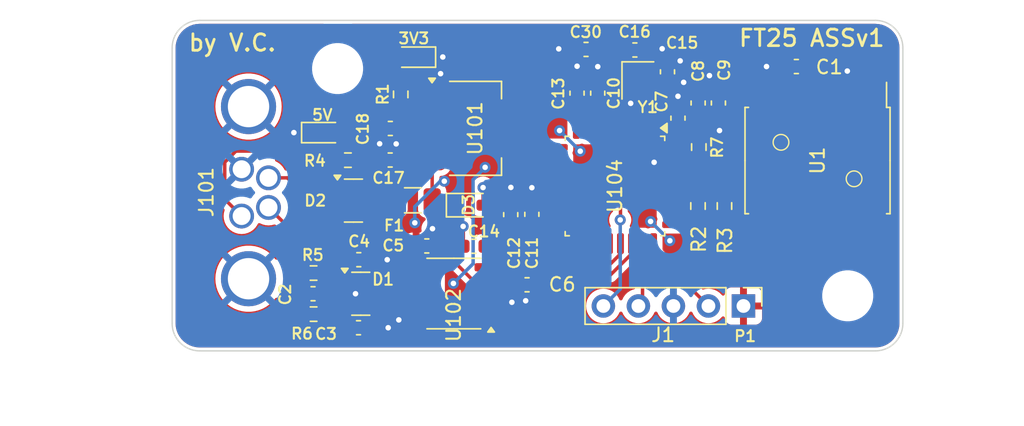
<source format=kicad_pcb>
(kicad_pcb
	(version 20240108)
	(generator "pcbnew")
	(generator_version "8.0")
	(general
		(thickness 1.6)
		(legacy_teardrops no)
	)
	(paper "A4")
	(layers
		(0 "F.Cu" signal)
		(31 "B.Cu" signal)
		(32 "B.Adhes" user "B.Adhesive")
		(33 "F.Adhes" user "F.Adhesive")
		(34 "B.Paste" user)
		(35 "F.Paste" user)
		(36 "B.SilkS" user "B.Silkscreen")
		(37 "F.SilkS" user "F.Silkscreen")
		(38 "B.Mask" user)
		(39 "F.Mask" user)
		(40 "Dwgs.User" user "User.Drawings")
		(41 "Cmts.User" user "User.Comments")
		(42 "Eco1.User" user "User.Eco1")
		(43 "Eco2.User" user "User.Eco2")
		(44 "Edge.Cuts" user)
		(45 "Margin" user)
		(46 "B.CrtYd" user "B.Courtyard")
		(47 "F.CrtYd" user "F.Courtyard")
		(48 "B.Fab" user)
		(49 "F.Fab" user)
		(50 "User.1" user)
		(51 "User.2" user)
		(52 "User.3" user)
		(53 "User.4" user)
		(54 "User.5" user)
		(55 "User.6" user)
		(56 "User.7" user)
		(57 "User.8" user)
		(58 "User.9" user)
	)
	(setup
		(stackup
			(layer "F.SilkS"
				(type "Top Silk Screen")
			)
			(layer "F.Paste"
				(type "Top Solder Paste")
			)
			(layer "F.Mask"
				(type "Top Solder Mask")
				(thickness 0.01)
			)
			(layer "F.Cu"
				(type "copper")
				(thickness 0.035)
			)
			(layer "dielectric 1"
				(type "core")
				(thickness 1.51)
				(material "FR4")
				(epsilon_r 4.5)
				(loss_tangent 0.02)
			)
			(layer "B.Cu"
				(type "copper")
				(thickness 0.035)
			)
			(layer "B.Mask"
				(type "Bottom Solder Mask")
				(thickness 0.01)
			)
			(layer "B.Paste"
				(type "Bottom Solder Paste")
			)
			(layer "B.SilkS"
				(type "Bottom Silk Screen")
			)
			(copper_finish "None")
			(dielectric_constraints no)
		)
		(pad_to_mask_clearance 0)
		(allow_soldermask_bridges_in_footprints no)
		(aux_axis_origin 100 80)
		(grid_origin 100 80)
		(pcbplotparams
			(layerselection 0x00010fc_ffffffff)
			(plot_on_all_layers_selection 0x0000000_00000000)
			(disableapertmacros no)
			(usegerberextensions yes)
			(usegerberattributes no)
			(usegerberadvancedattributes no)
			(creategerberjobfile no)
			(dashed_line_dash_ratio 12.000000)
			(dashed_line_gap_ratio 3.000000)
			(svgprecision 6)
			(plotframeref no)
			(viasonmask no)
			(mode 1)
			(useauxorigin yes)
			(hpglpennumber 1)
			(hpglpenspeed 20)
			(hpglpendiameter 15.000000)
			(pdf_front_fp_property_popups yes)
			(pdf_back_fp_property_popups yes)
			(dxfpolygonmode yes)
			(dxfimperialunits yes)
			(dxfusepcbnewfont yes)
			(psnegative no)
			(psa4output no)
			(plotreference yes)
			(plotvalue no)
			(plotfptext yes)
			(plotinvisibletext no)
			(sketchpadsonfab no)
			(subtractmaskfromsilk yes)
			(outputformat 1)
			(mirror no)
			(drillshape 0)
			(scaleselection 1)
			(outputdirectory "Gerber/")
		)
	)
	(net 0 "")
	(net 1 "+3V3")
	(net 2 "GND")
	(net 3 "Net-(C2-Pad2)")
	(net 4 "CAN_H")
	(net 5 "CAN_L")
	(net 6 "+5V")
	(net 7 "CAN_Rx")
	(net 8 "Net-(U104-PF0)")
	(net 9 "NRST")
	(net 10 "Net-(D2-K)")
	(net 11 "Net-(D2-A)")
	(net 12 "SWDIO")
	(net 13 "SWCLK")
	(net 14 "Net-(VO1-A)")
	(net 15 "Net-(U104-PF1)")
	(net 16 "I2C_SCL")
	(net 17 "I2C_SDA")
	(net 18 "unconnected-(U1-Pad9)")
	(net 19 "unconnected-(U1-Pad14)")
	(net 20 "unconnected-(U1-Pad2)")
	(net 21 "unconnected-(U1-Pad12)")
	(net 22 "unconnected-(U1-Pad8)")
	(net 23 "unconnected-(U1-Pad13)")
	(net 24 "unconnected-(U1-Pad6)")
	(net 25 "unconnected-(U1-Pad15)")
	(net 26 "unconnected-(U1-Pad16)")
	(net 27 "unconnected-(U1-Pad1)")
	(net 28 "unconnected-(U1-Pad7)")
	(net 29 "unconnected-(U1-Pad3)")
	(net 30 "CAN_Tx")
	(net 31 "unconnected-(U104-PA4-Pad10)")
	(net 32 "unconnected-(U104-PA2-Pad8)")
	(net 33 "unconnected-(U104-PA10-Pad20)")
	(net 34 "unconnected-(U104-PA7-Pad13)")
	(net 35 "Net-(U104-PB8)")
	(net 36 "unconnected-(U104-PA9-Pad19)")
	(net 37 "unconnected-(U104-PA6-Pad12)")
	(net 38 "unconnected-(U104-PA1-Pad7)")
	(net 39 "unconnected-(U104-PB0-Pad14)")
	(net 40 "unconnected-(U104-PA0-Pad6)")
	(net 41 "unconnected-(U104-PB5-Pad28)")
	(net 42 "unconnected-(U104-PA3-Pad9)")
	(net 43 "unconnected-(U104-PB4-Pad27)")
	(net 44 "unconnected-(U104-PA15-Pad25)")
	(net 45 "unconnected-(U104-PA5-Pad11)")
	(net 46 "unconnected-(U104-PB3-Pad26)")
	(net 47 "unconnected-(U104-PB1-Pad15)")
	(net 48 "unconnected-(U104-PA8-Pad18)")
	(net 49 "Net-(VO2-A)")
	(footprint "Crystal:Crystal_SMD_2016-4Pin_2.0x1.6mm" (layer "F.Cu") (at 133.7775 60.36 -90))
	(footprint "ASS_parts:SOT-23-BAT54FILM" (layer "F.Cu") (at 113.15 69.0875))
	(footprint "Resistor_SMD:R_0603_1608Metric" (layer "F.Cu") (at 138.14 69.48 90))
	(footprint "Capacitor_SMD:C_0603_1608Metric" (layer "F.Cu") (at 136.6875 63.1 90))
	(footprint "Capacitor_SMD:C_0603_1608Metric" (layer "F.Cu") (at 121.895 72.4 180))
	(footprint "Capacitor_SMD:C_0603_1608Metric" (layer "F.Cu") (at 139.62 62 90))
	(footprint "Capacitor_SMD:C_0603_1608Metric" (layer "F.Cu") (at 124.5575 70.105 90))
	(footprint "Capacitor_SMD:C_0603_1608Metric" (layer "F.Cu") (at 115.815 66.14 180))
	(footprint "Resistor_SMD:R_0603_1608Metric" (layer "F.Cu") (at 116.58 61.375 90))
	(footprint "LED_SMD:LED_0603_1608Metric_Pad1.05x0.95mm_HandSolder" (layer "F.Cu") (at 111.05 64.15))
	(footprint "Capacitor_SMD:C_0603_1608Metric" (layer "F.Cu") (at 125.7425 75.2))
	(footprint "Resistor_SMD:R_0603_1608Metric" (layer "F.Cu") (at 140.06 69.48 90))
	(footprint "Capacitor_SMD:C_0603_1608Metric" (layer "F.Cu") (at 113.5175 78.319052 180))
	(footprint "Capacitor_SMD:C_0603_1608Metric" (layer "F.Cu") (at 115.825 63.85 180))
	(footprint "Fuse:Fuse_1206_3216Metric" (layer "F.Cu") (at 117.46 69.0675))
	(footprint "Capacitor_SMD:C_0603_1608Metric" (layer "F.Cu") (at 129.3675 61.285 90))
	(footprint "Resistor_SMD:R_0603_1608Metric" (layer "F.Cu") (at 110.26 77.33 180))
	(footprint "MountingHole:MountingHole_3.2mm_M3" (layer "F.Cu") (at 112 59.5))
	(footprint "Capacitor_SMD:C_0603_1608Metric" (layer "F.Cu") (at 113.5375 73.379052))
	(footprint "Capacitor_SMD:C_0603_1608Metric" (layer "F.Cu") (at 130.02 58.11))
	(footprint "Capacitor_SMD:C_0603_1608Metric" (layer "F.Cu") (at 130.8675 61.285 90))
	(footprint "Diode_SMD:D_SOD-323" (layer "F.Cu") (at 121.5 69.42))
	(footprint "FaSTTUBe_connectors:M8_718_4pin_horizontal" (layer "F.Cu") (at 105.04 68.51 -90))
	(footprint "Package_SO:SOIC-8_3.9x4.9mm_P1.27mm" (layer "F.Cu") (at 120.4325 75.835948 180))
	(footprint "Capacitor_SMD:C_0603_1608Metric" (layer "F.Cu") (at 133.5625 58.15))
	(footprint "LED_SMD:LED_0603_1608Metric_Pad1.05x0.95mm_HandSolder" (layer "F.Cu") (at 117.45 58.67 180))
	(footprint "Resistor_SMD:R_0603_1608Metric" (layer "F.Cu") (at 110.2575 74.349052))
	(footprint "Capacitor_SMD:C_0603_1608Metric" (layer "F.Cu") (at 118.47 72.38))
	(footprint "Resistor_SMD:R_0603_1608Metric" (layer "F.Cu") (at 112.75 66.15 180))
	(footprint "ASS_parts:SOT-223_LDL1117S33R" (layer "F.Cu") (at 121.98 63.84))
	(footprint "ASS_parts:SM6000_SOIC-16" (layer "F.Cu") (at 146.81 66.18 -90))
	(footprint "Capacitor_SMD:C_0603_1608Metric" (layer "F.Cu") (at 135.9275 59.735 -90))
	(footprint "Capacitor_SMD:C_0603_1608Metric" (layer "F.Cu") (at 145.275 59.3525 180))
	(footprint "Package_TO_SOT_SMD:SOT-23" (layer "F.Cu") (at 113.6825 75.85))
	(footprint "Resistor_SMD:R_0603_1608Metric" (layer "F.Cu") (at 138.2 65.2 90))
	(footprint "Capacitor_SMD:C_0603_1608Metric" (layer "F.Cu") (at 126.09 70.085 90))
	(footprint "Capacitor_SMD:C_0603_1608Metric" (layer "F.Cu") (at 138.15 62 90))
	(footprint "Connector_PinHeader_2.54mm:PinHeader_1x05_P2.54mm_Vertical" (layer "F.Cu") (at 141.4375 76.74 -90))
	(footprint "Capacitor_SMD:C_0603_1608Metric" (layer "F.Cu") (at 110.22 75.85 180))
	(footprint "Package_QFP:LQFP-32_7x7mm_P0.8mm"
		(layer "F.Cu")
		(uuid "fbada3c8-a998-4125-ad17-f513c3594ff8")
		(at 132.1175 68.03 -90)
		(descr "LQFP, 32 Pin (https://www.nxp.com/docs/en/package-information/SOT358-1.pdf), generated with kicad-footprint-generator ipc_gullwing_generator.py")
		(tags "LQFP QFP")
		(property "Reference" "U104"
			(at 0 0 90)
			(layer "F.SilkS")
			(uuid "97c14cdf-a9e4-4673-bf47-56678f85ed03")
			(effects
				(font
					(size 1 1)
					(thickness 0.15)
				)
			)
		)
		(property "Value" "STM32F042K6T6"
			(at 0 5.88 90)
			(layer "F.Fab")
			(uuid "aeac8538-46d8-4f34-b18c-19a12280e05f")
			(effects
				(font
					(size 1 1)
					(thickness 0.15)
				)
			)
		)
		(property "Footprint" "Package_QFP:LQFP-32_7x7mm_P0.8mm"
			(at 0 0 90)
			(layer "F.Fab")
			(hide yes)
			(uuid "6aa1b52c-0807-43f6-93c5-10792dcec01e")
			(effects
				(font
					(size 1.27 1.27)
					(thickness 0.15)
				)
			)
		)
		(property "Datasheet" "http://www.st.com/st-web-ui/static/active/en/resource/technical/document/datasheet/DM00105814.pdf"
			(at 0 0 90)
			(layer "F.Fab")
			(hide yes)
			(uuid "f6506b5e-b6c5-4a5b-8ced-89b171d0400c")
			(effects
				(font
					(size 1.27 1.27)
					(thickness 0.15)
				)
			)
		)
		(property "Description" ""
			(at 0 0 90)
			(layer "F.Fab")
			(hide yes)
			(uuid "17fb11d7-70e2-402c-9d50-73cf1ccc381b")
			(effects
				(font
					(size 1.27 1.27)
					(thickness 0.15)
				)
			)
		)
		(property ki_fp_filters "LQFP*7x7mm*P0.8mm*")
		(path "/8cee74f1-4063-4176-8a00-9f2e4a72af2e")
		(sheetname "Root")
		(sheetfile "ASS.kicad_sch")
		(attr smd)
		(fp_line
			(start -3.61 3.61)
			(end -3.61 3.31)
			(stroke
				(width 0.12)
				(type solid)
			)
			(layer "F.SilkS")
			(uuid "0a6dc9fb-51bb-4640-b56a-eefce4ba015f")
		)
		(fp_line
			(start -3.31 3.61)
			(end -3.61 3.61)
			(stroke
				(width 0.12)
				(type solid)
			)
			(layer "F.SilkS")
			(uuid "10d5d06a-06f6-4bcf-946e-0bbbd4b70286")
		)
		(fp_line
			(start 3.31 3.61)
			(end 3.61 3.61)
			(stroke
				(width 0.12)
				(type solid)
			)
			(layer "F.SilkS")
			(uuid "97daa6f8-ab7d-43c1-8d2a-6d55e1fb7af9")
		)
		(fp_line
			(start 3.61 3.61)
			(end 3.61 3.31)
			(stroke
				(width 0.12)
				(type solid)
			)
			(layer "F.SilkS")
			(uuid "01f0aaf5-b4a1-402f-8a02-d2c762641dde")
		)
		(fp_line
			(start -3.61 -3.61)
			(end -3.61 -3.31)
			(stroke
				(width 0.12)
				(type solid)
			)
			(layer "F.SilkS")
			(uuid "f90e732c-30c0-44ea-9139-50391047ccae")
		)
		(fp_line
			(start -3.31 -3.61)
			(end -3.61 -3.61)
			(stroke
				(width 0.12)
				(type solid)
			)
			(layer "F.SilkS")
			(uuid "c7cf31a1-98e4-4303-bfe4-f5b05dd64dd7")
		)
		(fp_line
			(start 3.31 -3.61)
			(end 3.61 -3.61)
			(stroke
				(width 0.12)
				(type solid)
			)
			(layer "F.SilkS")
			(uuid "27673e7f-af8d-412d-bfef-a0381b881cec")
		)
		(fp_line
			(start 3.61 -3.61)
			(end 3.61 -3.31)
			(stroke
				(width 0.12)
				(type solid)
			)
			(layer "F.SilkS")
			(uuid "1bf853df-1615-4b04-9b3f-c1a89d019dd2")
		)
		(fp_poly
			(pts
				(xy -4.2125 -3.31) (xy -4.5525 -3.78) (xy -3.8725 -3.78) (xy -4.2125 -3.31)
			)
			(stroke
				(width 0.12)
				(type solid)
			)
			(fill solid)
			(layer "F.SilkS")
			(uuid "ed3d384d-7a61-49ca-aeee-c7c3e324c797")
		)
		(fp_line
			(start -3.3 5.18)
			(end -3.3 3.75)
			(stroke
				(width 0.05)
				(type solid)
			)
			(layer "F.CrtYd")
			(uuid "14d62f9e-6632-4e1e-befb-22d15de2bbe3")
		)
		(fp_line
			(start 0 5.18)
			(end -3.3 5.18)
			(stroke
				(width 0.05)
				(type solid)
			)
			(layer "F.CrtYd")
			(uuid "258a10b1-64a1-4e91-8c44-fe0dc31a283e")
		)
		(fp_line
			(start 0 5.18)
			(end 3.3 5.18)
			(stroke
				(width 0.05)
				(type solid)
			)
			(layer "F.CrtYd")
			(uuid "a26e22bb-74d2-41de-b63e-9c1c39ef2df8")
		)
		(fp_line
			(start 3.3 5.18)
			(end 3.3 3.75)
			(stroke
				(width 0.05)
				(type solid)
			)
			(layer "F.CrtYd")
			(uuid "426c5ace-9fd8-4835-aff5-ce6f93945a0b")
		)
		(fp_line
			(start -3.75 3.75)
			(end -3.75 3.3)
			(stroke
				(width 0.05)
				(type solid)
			)
			(layer "F.CrtYd")
			(uuid "af28ad24-fa22-4efc-8029-0fba6659ba86")
		)
		(fp_line
			(start -3.3 3.75)
			(end -3.75 3.75)
			(stroke
				(width 0.05)
				(type solid)
			)
			(layer "F.CrtYd")
			(uuid "b4adf2b6-415c-435c-b97c-bed5fa8d243e")
		)
		(fp_line
			(start 3.3 3.75)
			(end 3.75 3.75)
			(stroke
				(width 0.05)
				(type solid)
			)
			(layer "F.CrtYd")
			(uuid "3430469b-8c6d-4d85-a0eb-ab06009f98f1")
		)
		(fp_line
			(start 3.75 3.75)
			(end 3.75 3.3)
			(stroke
				(width 0.05)
				(type solid)
			)
			(layer "F.CrtYd")
			(uuid "3829b76f-5044-4792-a070-3a13b5e301fb")
		)
		(fp_line
			(start -5.18 3.3)
			(end -5.18 0)
			(stroke
				(width 0.05)
				(type solid)
			)
			(layer "F.CrtYd")
			(uuid "125dc762-b5ff-470e-ba1d-11b2f2bfcf7a")
		)
		(fp_line
			(start -3.75 3.3)
			(end -5.18 3.3)
			(stroke
				(width 0.05)
				(type solid)
			)
			(layer "F.CrtYd")
			(uuid "1c747d79-89a7-460f-a70f-af83c0a1fd2e")
		)
		(fp_line
			(start 3.75 3.3)
			(end 5.18 3.3)
			(stroke
				(width 0.05)
				(type solid)
			)
			(layer "F.CrtYd")
			(uuid "0f29e282-abe8-4f50-9512-72548009858b")
		)
		(fp_line
			(start 5.18 3.3)
			(end 5.18 0)
			(stroke
				(width 0.05)
				(type solid)
			)
			(layer "F.CrtYd")
			(uuid "0130fb95-3759-4447-843c-3224a03411f1")
		)
		(fp_line
			(start -5.18 -3.3)
			(end -5.18 0)
			(stroke
				(width 0.05)
				(type solid)
			)
			(layer "F.CrtYd")
			(uuid "9c706cf1-7622-49f2-ac11-2d2be4df19ff")
		)
		(fp_line
			(start -3.75 -3.3)
			(end -5.18 -3.3)
			(stroke
				(width 0.05)
				(type solid)
			)
			(layer "F.CrtYd")
			(uuid "81a476c4-e52e-48a6-822f-ca9c7de9514b")
		)
		(fp_line
			(start 3.75 -3.3)
			(end 5.18 -3.3)
			(stroke
				(width 0.05)
				(type solid)
			)
			(layer "F.CrtYd")
			(uuid "530513c8-459d-45fd-bac1-3463a69baf8a")
		)
		(fp_line
			(start 5.18 -3.3)
			(end 5.18 0)
			(stroke
				(width 0.05)
				(type solid)
			)
			(layer "F.CrtYd")
			(uuid "1f499c69-ddf5-4037-b501-c67827293dc6")
		)
		(fp_line
			(start -3.75 -3.75)
			(end -3.75 -3.3)
			(stroke
				(width 0.05)
				(type solid)
			)
			(layer "F.CrtYd")
			(uuid "92bfb2db-a037-4412-9baf-6509f5610b98")
		)
		(fp_line
			(start -3.3 -3.75)
			(end -3.75 -3.75)
			(stroke
				(width 0.05)
				(type solid)
			)
			(layer "F.CrtYd")
			(uuid "6354bb3a-ff7c-49c4-9a08-d7f047b4c4ae")
		)
		(fp_line
			(start 3.3 -3.75)
			(end 3.75 -3.75)
			(stroke
				(width 0.05)
				(type solid)
			)
			(layer "F.CrtYd")
			(uuid "94974a76-34a2-4112-8fa9-616f2454e2fd")
		)
		(fp_line
			(start 3.75 -3.75)
			(end 3.75 -3.3)
			(stroke
				(width 0.05)
				(type solid)
			)
			(layer "F.CrtYd")
			(uuid "65a69cc1-efff-48ff-85cb-ca958151096b")
		)
		(fp_line
			(start -3.3 -5.18)
			(end -3.3 -3.75)
			(stroke
				(width 0.05)
				(type solid)
			)
			(layer "F.CrtYd")
			(uuid "e83843e3-d24c-4544-acc9-64e361eb2809")
		)
		(fp_line
			(start 0 -5.18)
			(end -3.3 -5.18)
			(stroke
				(width 0.05)
				(type solid)
			)
			(layer "F.CrtYd")
			(uuid "2b3cd8c8-76bf-46e8-aae4-77d570359d17")
		)
		(fp_line
			(start 0 -5.18)
			(end 3.3 -5.18)
			(stroke
				(width 0.05)
				(type solid)
			)
			(layer "F.CrtYd")
			(uuid "e1238725-774c-4349-a77c-ee50b9185967")
		)
		(fp_line
			(start 3.3 -5.18)
			(end 3.3 -3.75)
			(stroke
				(width 0.05)
				(type solid)
			)
			(layer "F.CrtYd")
			(uuid "e71bcb48-8b46-4156-8347-8e1700b54bb3")
		)
		(fp_line
			(start -3.5 3.5)
			(end -3.5 -2.5)
			(stroke
				(width 0.1)
				(type solid)
			)
			(layer "F.Fab")
			(uuid "e8f113fe-851f-40be-8d84-841bb81a768c")
		)
		(fp_line
			(start 3.5 3.5)
			(end -3.5 3.5)
			(stroke
				(width 0.1)
				(type solid)
			)
			(layer "F.Fab")
			(uuid "fae9d6ff-912e-476b-9786-4076de00ba06")
		)
		(fp_line
			(start -3.5 -2.5)
			(end -2.5 -3.5)
			(stroke
				(width 0.1)
				(type solid)
			)
			(layer "F.Fab")
			(uuid "398e47d5-6e09-4dd1-94d6-4d0355681418")
		)
		(fp_line
			(start -2.5 -3.5)
			(end 3.5 -3.5)
			(stroke
				(width 0.1)
				(type solid)
			)
			(layer "F.Fab")
			(uuid "46c8f19c-b084-4002-8d71-cce83b9d95e8")
		)
		(fp_line
			(start 3.5 -3.5)
			(end 3.5 3.5)
			(stroke
				(width 0.1)
				(type solid)
			)
			(layer "F.Fab")
			(uuid "d08ee1d5-8128-4718-be88-1c9a4d82cebd")
		)
		(fp_text user "${REFERENCE}"
			(at 0 0 90)
			(layer "F.Fab")
			(uuid "f16d97ed-5670-4ecd-ad6d-29850135a5ed")
			(effects
				(font
					(size 1 1)
					(thickness 0.15)
				)
			)
		)
		(pad "1" smd roundrect
			(at -4.175 -2.8 270)
			(size 1.5 0.5)
			(layers "F.Cu" "F.Paste" "F.Mask")
			(roundrect_rratio 0.25)
			(net 1 "+3V3")
			(pinfunction "VDD")
			(pintype "power_in")
			(uuid "b4a94659-288b-44d8-8b88-84cbeca5a21d")
		)
		(pad "2" smd roundrect
			(at -4.175 -2 270)
			(size 1.5 0.5)
			(layers "F.Cu" "F.Paste" "F.Mask")
			(roundrect_rratio 0.25)
			(net 8 "Net-(U104-PF0)")
			(pinfunction "PF0")
			(pintype "input")
			(uuid "657551aa-9d90-47c3-8da8-3351cee89b76")
		)
		(pad "3" smd roundrect
			(at -4.175 -1.2 270)
			(size 1.5 0.5)
			(layers "F.Cu" "F.Paste" "F.Mask")
			(roundrect_rratio 0.25)
			(net 15 "Net-(U104-PF1)")
			(pinfunction "PF1")
			(pintype "input")
			(uuid "8c4a4b59-ec5a-4555-8eec-c87bb599683a")
		)
		(pad "4" smd roundrect
			(at -4.175 -0.4 270)
			(size 1.5 0.5)
			(layers "F.Cu" "F.Paste" "F.Mask")
			(roundrect_rratio 0.25)
			(net 9 "NRST")
			(pinfunction "NRST")
			(pintype "input")
			(uuid "af9c9876-47a1-48da-a0c8-2f3fd8439538")
		)
		(pad "5" smd roundrect
			(at -4.175 0.4 270)
			(size 1.5 0.5)
			(layers "F.Cu" "F.Paste" "F.Mask")
			(roundrect_rratio 0.25)
			(net 1 "+3V3")
			(pinfunction "VDDA")
			(pintype "power_in")
			(uuid "795f4f60-da26-4c18-9f1d-52133df15e11")
		)
		(pad "6" smd roundrect
			(at -4.175 1.2 270)
			(size 1.5 0.5)
			(layers "F.Cu" "F.Paste" "F.Mask")
			(roundrect_rratio 0.25)
			(net 40 "unconnected-(U104-PA0-Pad6)")
			(pinfunction "PA0")
			(pintype "bidirectional+no_connect")
			(uuid "936a3888-c18b-43d0-92bd-d28515cbe0aa")
		)
		(pad "7" smd roundrect
			(at -4.175 2 270)
			(size 1.5 0.5)
			(layers "F.Cu" "F.Paste" "F.Mask")
			(roundrect_rratio 0.25)
			(net 38 "unconnected-(U104-PA1-Pad7)")
			(pinfunction "PA1")
			(pintype "bidirectional+no_connect")
			(uuid "6059904e-713c-4492-83d6-354da91b6819")
		)
		(pad "8" smd roundrect
			(at -4.175 2.8 270)
			(size 1.5 0.5)
			(layers "F.Cu" "F.Paste" "F.Mask")
			(roundrect_rratio 0.25)
			(net 32 "unconnected-(U104-PA2-Pad8)")
			(pinfunction "PA2")
			(pintype "bidirectional+no_connect")
			(uuid "1d48c6dd-f0a4-4f94-b530-dccec7087b73")
		)
		(pad "9" smd roundrect
			(at -2.8 4.175 270)
			(size 0.5 1.5)
			(layers "F.Cu" "F.Paste" "F.Mask")
			(roundrect_rratio 0.25)
			(net 42 "unconnected-(U104-PA3-Pad9)")
			(pinfunction "PA3")
			(pintype "bidirectional+no_connect")
			(uuid "b833f3de-8cb6-48d5-bf58-fa635933864d")
		)
		(pad "10" smd roundrect
			(at -2 4.175 270)
			(size 0.5 1.5)
			(layers "F.Cu" "F.Paste" "F.Mask")
			(roundrect_rratio 0.25)
			(net 31 "unconnected-(U104-PA4-Pad10)")
			(pinfunction "PA4")
			(pintype "bidirectional+no_connect")
			(uuid "18fbfa85-9680-404c-8ef3-f8553ae76460")
		)
		(pad "11" smd roundrect
			(at -1.2 4.175 270)
			(size 0.5 1.5)
			(layers "F.Cu" "F.Paste" "F.Mask")
			(roundrect_rratio 0.25)
			(net 45 "unconnected-(U104-PA5-Pad11)")
			(pinfunction "PA5")
			(pintype "bidirectional+no_connect")
			(uuid "d27ca29a-bfa9-4cfa-a8aa-10b1c6c6491f")
		)
		(pad "12" smd roundrect
			(at -0.4 4.175 270)
			(size 0.5 1.5)
			(layers "F.Cu" "F.Paste" "F.Mask")
			(roundrect_rratio 0.25)
			(net 37 "unconnected-(U104-PA6-Pad12)")
			(pinfunction "PA6")
			(pintype "bidirectional+no_connect")
			(uuid "3583fc9e-e2aa-4bcf-800f-e071ac462b6e")
		)
		(pad "13" smd roundrect
			(at 0.4 4.175 270)
			(size 0.5 1.5)
			(layers "F.Cu" "F.Paste" "F.Mask")
			(roundrect_rratio 0.25)
			(net 34 "unconnected-(U104-PA7-Pad13)")
			(pinfunction "PA7")
			(pintype "bidirectional+no_connect")
			(uuid "287d36cb-8b05-4116-a81d-651578a5dafd")
		)
		(pad "14" smd roundrect
			(at 1.2 4.175 270)
			(size 0.5 1.5)
			(layers "F.Cu" "F.Paste" "F.Mask")
			(roundrect_rratio 0.25)
			(net 39 "unconnected-(U104-PB0-Pad14)")
			(pinfunction "PB0")
			(pintype "bidirectional+no_connect")
			(uuid "642c6adf-e48e-47cf-8ed0-a5db7904b6cc")
		)
		(pad "15" smd roundrect
			(at 2 4.175 270)
			(size 0.5 1.5)
			(layers "F.Cu" "F.Paste" "F.Mask")
			(roundrect_rratio 0.25)
			(net 47 "unconnected-(U104-PB1-Pad15)")
			(pinfunction "PB1")
			(pintype "bidirectional+no_connect")
			(uuid "f68155ac-cd93-40d7-97a7-d59a8dafffa7")
		)
		(pad "16" smd roundrect
			(at 2.8 4.175 270)
			(size 0.5 1.5)
			(layers "F.Cu" "F.Paste" "F.Mask")
			(roundrect_rratio 0.25)
			(net 2 "GND")
			(pinfunction "VSS")
			(pintype "power_in")
			(uuid "41b5ccf0-4c59-4152-abb7-befd33e8c051")
		)
		(pad "17" smd roundrect
			(at 4.175 2.8 270)
			(size 1.5 0.5)
			(layers "F.Cu" "F.Paste" "F.Mask")
			(roundrect_rratio 0.25)
			(net 1 "+3V3")
			(pinfunction "VDDIO2")
			(pintype "power_in")
			(uuid "cadd5c3b-4220-4cda-8624-7ccc5e52a6aa")
		)
		(pad "18" smd roundrect
			(at 4.175 2 270)
			(size 1.5 0.5)
			(layers "F.Cu" "F.Paste" "F.Mask")
			(roundrect_rratio 0.25)
			(net 48 "unconnected-(U104-PA8-Pad18)")
			(pinfunction "PA8")
			(pintype "bidirectional+no_connect")
			(uuid "e08227cb-dd42-41cb-be95-5f00223b9f4d")
		)
		(pad "19" smd roundrect
			(at 4.175 1.2 270)
			(size 1.5 0.5)
			(layers "F.Cu" "F.Paste" "F.Mask")
			(roundrect_rrati
... [189731 chars truncated]
</source>
